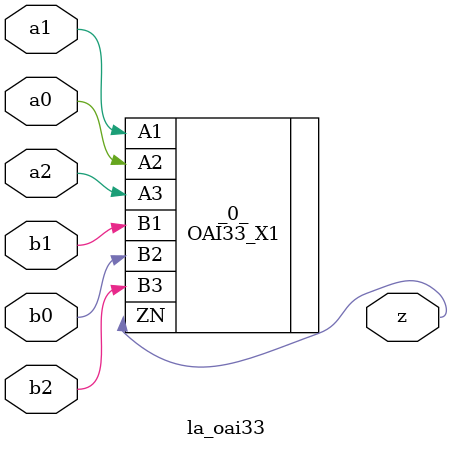
<source format=v>
/* Generated by Yosys 0.37 (git sha1 a5c7f69ed, clang 14.0.0-1ubuntu1.1 -fPIC -Os) */

module la_oai33(a0, a1, a2, b0, b1, b2, z);
  input a0;
  wire a0;
  input a1;
  wire a1;
  input a2;
  wire a2;
  input b0;
  wire b0;
  input b1;
  wire b1;
  input b2;
  wire b2;
  output z;
  wire z;
  OAI33_X1 _0_ (
    .A1(a1),
    .A2(a0),
    .A3(a2),
    .B1(b1),
    .B2(b0),
    .B3(b2),
    .ZN(z)
  );
endmodule

</source>
